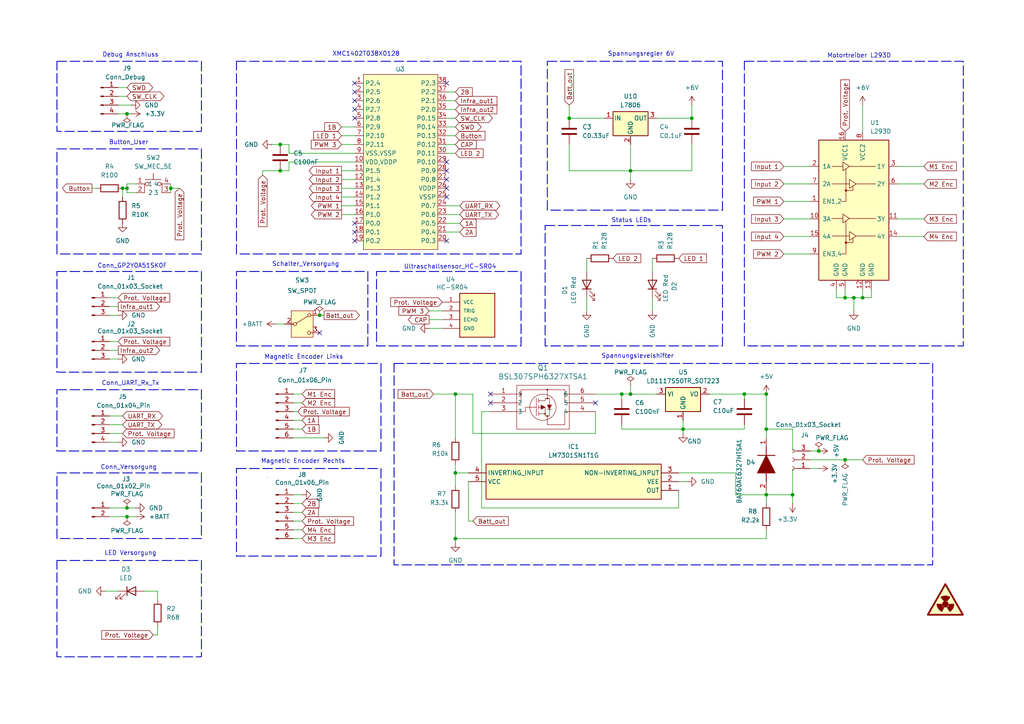
<source format=kicad_sch>
(kicad_sch (version 20231120) (generator "eeschema") (generator_version "8.0")
  (paper "A4")
  (title_block (title "Microrat v1.5") (date "2024-04-20") (rev "1") (company "Berliner Hochschule für Technik") (comment 1 "Erste Änderungen basierend aus v1.0") (comment 2 "Fehlend: M1/M2 A & B Anschluss"))
  (junction (at 250.19 86.36))
  (junction (at 222.25 114.3))
  (junction (at 222.25 143.51))
  (junction (at 132.08 137.16))
  (junction (at 132.08 156.21))
  (junction (at 182.88 49.53))
  (junction (at 200.66 34.29))
  (junction (at 245.11 86.36))
  (junction (at 165.1 34.29))
  (junction (at 36.83 149.86))
  (junction (at 237.49 130.81))
  (junction (at 229.87 143.51))
  (junction (at 36.83 33.02))
  (junction (at 49.53 54.61))
  (junction (at 132.08 114.3))
  (junction (at 215.9 114.3))
  (junction (at 81.28 49.53))
  (junction (at 247.65 86.36))
  (junction (at 92.71 91.44))
  (junction (at 245.11 133.35))
  (junction (at 222.25 124.46))
  (junction (at 182.88 114.3))
  (junction (at 36.83 54.61))
  (junction (at 198.12 124.46))
  (junction (at 180.34 114.3))
  (junction (at 36.83 147.32))
  (junction (at 35.56 54.61))
  (junction (at 81.28 41.91))
  (no_connect (at 102.87 69.85))
  (no_connect (at 129.54 46.99))
  (no_connect (at 102.87 67.31))
  (no_connect (at 102.87 26.67))
  (no_connect (at 129.54 49.53))
  (no_connect (at 102.87 34.29))
  (no_connect (at 129.54 52.07))
  (no_connect (at 172.72 116.84))
  (no_connect (at 129.54 24.13))
  (no_connect (at 129.54 57.15))
  (no_connect (at 102.87 29.21))
  (no_connect (at 102.87 31.75))
  (no_connect (at 142.24 114.3))
  (no_connect (at 92.71 96.52))
  (no_connect (at 102.87 24.13))
  (no_connect (at 129.54 54.61))
  (no_connect (at 142.24 116.84))
  (no_connect (at 102.87 64.77))
  (no_connect (at 129.54 69.85))
  (wire (pts (xy 180.34 124.46) (xy 198.12 124.46)))
  (wire (pts (xy 198.12 121.92) (xy 198.12 124.46)))
  (wire (pts (xy 34.29 30.48) (xy 38.1 30.48)))
  (wire (pts (xy 83.82 46.99) (xy 102.87 46.99)))
  (wire (pts (xy 36.83 53.34) (xy 36.83 54.61)))
  (wire (pts (xy 165.1 41.91) (xy 165.1 49.53)))
  (wire (pts (xy 39.37 55.88) (xy 36.83 55.88)))
  (wire (pts (xy 250.19 86.36) (xy 247.65 86.36)))
  (wire (pts (xy 222.25 114.3) (xy 222.25 124.46)))
  (wire (pts (xy 182.88 114.3) (xy 190.5 114.3)))
  (wire (pts (xy 99.06 52.07) (xy 102.87 52.07)))
  (wire (pts (xy 38.1 33.02) (xy 36.83 33.02)))
  (wire (pts (xy 31.75 125.73) (xy 35.56 125.73)))
  (wire (pts (xy 213.36 143.51) (xy 222.25 143.51)))
  (wire (pts (xy 180.34 123.19) (xy 180.34 124.46)))
  (wire (pts (xy 85.09 153.67) (xy 87.63 153.67)))
  (wire (pts (xy 31.75 99.06) (xy 34.29 99.06)))
  (wire (pts (xy 137.16 114.3) (xy 132.08 114.3)))
  (wire (pts (xy 129.54 62.23) (xy 133.35 62.23)))
  (wire (pts (xy 200.66 30.48) (xy 200.66 34.29)))
  (wire (pts (xy 222.25 143.51) (xy 222.25 146.05)))
  (wire (pts (xy 92.71 91.44) (xy 93.98 91.44)))
  (wire (pts (xy 129.54 64.77) (xy 133.35 64.77)))
  (wire (pts (xy 250.19 83.82) (xy 250.19 86.36)))
  (wire (pts (xy 227.33 48.26) (xy 234.95 48.26)))
  (wire (pts (xy 99.06 57.15) (xy 102.87 57.15)))
  (wire (pts (xy 172.72 114.3) (xy 180.34 114.3)))
  (wire (pts (xy 234.95 133.35) (xy 245.11 133.35)))
  (wire (pts (xy 242.57 83.82) (xy 242.57 86.36)))
  (wire (pts (xy 213.36 137.16) (xy 213.36 143.51)))
  (wire (pts (xy 227.33 53.34) (xy 234.95 53.34)))
  (wire (pts (xy 87.63 116.84) (xy 85.09 116.84)))
  (wire (pts (xy 45.72 171.45) (xy 45.72 173.99)))
  (wire (pts (xy 260.35 53.34) (xy 267.97 53.34)))
  (wire (pts (xy 85.09 156.21) (xy 87.63 156.21)))
  (wire (pts (xy 49.53 54.61) (xy 52.07 54.61)))
  (wire (pts (xy 83.82 44.45) (xy 102.87 44.45)))
  (wire (pts (xy 137.16 125.73) (xy 137.16 114.3)))
  (wire (pts (xy 85.09 124.46) (xy 87.63 124.46)))
  (wire (pts (xy 129.54 34.29) (xy 132.08 34.29)))
  (wire (pts (xy 99.06 41.91) (xy 102.87 41.91)))
  (wire (pts (xy 229.87 135.89) (xy 229.87 143.51)))
  (wire (pts (xy 31.75 104.14) (xy 34.29 104.14)))
  (wire (pts (xy 76.2 50.8) (xy 76.2 49.53)))
  (wire (pts (xy 200.66 41.91) (xy 200.66 49.53)))
  (wire (pts (xy 31.75 101.6) (xy 34.29 101.6)))
  (wire (pts (xy 227.33 68.58) (xy 234.95 68.58)))
  (wire (pts (xy 85.09 127) (xy 93.98 127)))
  (wire (pts (xy 34.29 25.4) (xy 36.83 25.4)))
  (wire (pts (xy 132.08 114.3) (xy 132.08 127)))
  (wire (pts (xy 99.06 39.37) (xy 102.87 39.37)))
  (wire (pts (xy 125.73 114.3) (xy 132.08 114.3)))
  (wire (pts (xy 222.25 143.51) (xy 229.87 143.51)))
  (wire (pts (xy 170.18 90.17) (xy 170.18 86.36)))
  (wire (pts (xy 227.33 63.5) (xy 234.95 63.5)))
  (wire (pts (xy 229.87 124.46) (xy 222.25 124.46)))
  (wire (pts (xy 222.25 156.21) (xy 222.25 153.67)))
  (wire (pts (xy 99.06 59.69) (xy 102.87 59.69)))
  (wire (pts (xy 34.29 27.94) (xy 36.83 27.94)))
  (wire (pts (xy 99.06 36.83) (xy 102.87 36.83)))
  (wire (pts (xy 49.53 54.61) (xy 49.53 55.88)))
  (wire (pts (xy 129.54 36.83) (xy 132.08 36.83)))
  (wire (pts (xy 189.23 78.74) (xy 189.23 74.93)))
  (wire (pts (xy 182.88 49.53) (xy 182.88 52.07)))
  (wire (pts (xy 129.54 44.45) (xy 132.08 44.45)))
  (wire (pts (xy 242.57 86.36) (xy 245.11 86.36)))
  (wire (pts (xy 250.19 30.48) (xy 250.19 38.1)))
  (wire (pts (xy 198.12 124.46) (xy 198.12 125.73)))
  (wire (pts (xy 189.23 86.36) (xy 189.23 90.17)))
  (wire (pts (xy 139.7 147.32) (xy 139.7 119.38)))
  (wire (pts (xy 132.08 156.21) (xy 132.08 157.48)))
  (wire (pts (xy 190.5 34.29) (xy 200.66 34.29)))
  (wire (pts (xy 85.09 143.51) (xy 87.63 143.51)))
  (wire (pts (xy 31.75 128.27) (xy 34.29 128.27)))
  (wire (pts (xy 196.85 142.24) (xy 196.85 147.32)))
  (wire (pts (xy 215.9 114.3) (xy 215.9 115.57)))
  (wire (pts (xy 81.28 41.91) (xy 83.82 41.91)))
  (wire (pts (xy 31.75 123.19) (xy 35.56 123.19)))
  (wire (pts (xy 30.48 171.45) (xy 34.29 171.45)))
  (wire (pts (xy 245.11 86.36) (xy 245.11 83.82)))
  (wire (pts (xy 182.88 41.91) (xy 182.88 49.53)))
  (wire (pts (xy 229.87 130.81) (xy 229.87 124.46)))
  (wire (pts (xy 229.87 143.51) (xy 229.87 146.05)))
  (wire (pts (xy 227.33 58.42) (xy 234.95 58.42)))
  (wire (pts (xy 222.25 124.46) (xy 222.25 127)))
  (wire (pts (xy 81.28 49.53) (xy 83.82 49.53)))
  (wire (pts (xy 132.08 134.62) (xy 132.08 137.16)))
  (wire (pts (xy 215.9 114.3) (xy 222.25 114.3)))
  (wire (pts (xy 76.2 49.53) (xy 81.28 49.53)))
  (wire (pts (xy 129.54 26.67) (xy 132.08 26.67)))
  (wire (pts (xy 172.72 125.73) (xy 137.16 125.73)))
  (wire (pts (xy 139.7 119.38) (xy 142.24 119.38)))
  (wire (pts (xy 26.67 54.61) (xy 27.94 54.61)))
  (wire (pts (xy 234.95 135.89) (xy 237.49 135.89)))
  (wire (pts (xy 170.18 78.74) (xy 170.18 74.93)))
  (wire (pts (xy 196.85 137.16) (xy 213.36 137.16)))
  (wire (pts (xy 87.63 121.92) (xy 85.09 121.92)))
  (wire (pts (xy 99.06 62.23) (xy 102.87 62.23)))
  (wire (pts (xy 132.08 148.59) (xy 132.08 156.21)))
  (wire (pts (xy 205.74 114.3) (xy 215.9 114.3)))
  (wire (pts (xy 124.46 90.17) (xy 128.27 90.17)))
  (wire (pts (xy 252.73 83.82) (xy 252.73 86.36)))
  (wire (pts (xy 41.91 171.45) (xy 45.72 171.45)))
  (wire (pts (xy 200.66 49.53) (xy 182.88 49.53)))
  (wire (pts (xy 85.09 151.13) (xy 87.63 151.13)))
  (wire (pts (xy 78.74 41.91) (xy 81.28 41.91)))
  (wire (pts (xy 227.33 73.66) (xy 234.95 73.66)))
  (wire (pts (xy 83.82 49.53) (xy 83.82 46.99)))
  (wire (pts (xy 39.37 53.34) (xy 36.83 53.34)))
  (wire (pts (xy 247.65 86.36) (xy 245.11 86.36)))
  (wire (pts (xy 129.54 29.21) (xy 132.08 29.21)))
  (wire (pts (xy 234.95 130.81) (xy 237.49 130.81)))
  (wire (pts (xy 124.46 92.71) (xy 128.27 92.71)))
  (wire (pts (xy 129.54 67.31) (xy 133.35 67.31)))
  (wire (pts (xy 260.35 63.5) (xy 267.97 63.5)))
  (wire (pts (xy 165.1 30.48) (xy 165.1 34.29)))
  (wire (pts (xy 85.09 148.59) (xy 87.63 148.59)))
  (wire (pts (xy 129.54 41.91) (xy 132.08 41.91)))
  (wire (pts (xy 215.9 123.19) (xy 215.9 124.46)))
  (wire (pts (xy 222.25 156.21) (xy 132.08 156.21)))
  (wire (pts (xy 182.88 111.76) (xy 182.88 114.3)))
  (wire (pts (xy 49.53 53.34) (xy 49.53 54.61)))
  (wire (pts (xy 99.06 54.61) (xy 102.87 54.61)))
  (wire (pts (xy 180.34 114.3) (xy 180.34 115.57)))
  (wire (pts (xy 36.83 33.02) (xy 34.29 33.02)))
  (wire (pts (xy 87.63 114.3) (xy 85.09 114.3)))
  (wire (pts (xy 31.75 91.44) (xy 34.29 91.44)))
  (wire (pts (xy 135.89 151.13) (xy 137.16 151.13)))
  (wire (pts (xy 83.82 41.91) (xy 83.82 44.45)))
  (wire (pts (xy 80.01 93.98) (xy 82.55 93.98)))
  (wire (pts (xy 129.54 31.75) (xy 132.08 31.75)))
  (wire (pts (xy 31.75 120.65) (xy 35.56 120.65)))
  (wire (pts (xy 180.34 114.3) (xy 182.88 114.3)))
  (wire (pts (xy 165.1 49.53) (xy 182.88 49.53)))
  (wire (pts (xy 135.89 139.7) (xy 135.89 151.13)))
  (wire (pts (xy 124.46 95.25) (xy 128.27 95.25)))
  (wire (pts (xy 36.83 147.32) (xy 39.37 147.32)))
  (wire (pts (xy 45.72 184.15) (xy 45.72 181.61)))
  (wire (pts (xy 215.9 124.46) (xy 198.12 124.46)))
  (wire (pts (xy 196.85 147.32) (xy 139.7 147.32)))
  (wire (pts (xy 196.85 139.7) (xy 199.39 139.7)))
  (wire (pts (xy 245.11 133.35) (xy 250.19 133.35)))
  (wire (pts (xy 35.56 54.61) (xy 35.56 57.15)))
  (wire (pts (xy 260.35 68.58) (xy 267.97 68.58)))
  (wire (pts (xy 222.25 143.51) (xy 222.25 142.24)))
  (wire (pts (xy 267.97 48.26) (xy 260.35 48.26)))
  (wire (pts (xy 36.83 149.86) (xy 31.75 149.86)))
  (wire (pts (xy 85.09 119.38) (xy 86.36 119.38)))
  (wire (pts (xy 31.75 147.32) (xy 36.83 147.32)))
  (wire (pts (xy 99.06 49.53) (xy 102.87 49.53)))
  (wire (pts (xy 31.75 88.9) (xy 34.29 88.9)))
  (wire (pts (xy 36.83 54.61) (xy 36.83 55.88)))
  (wire (pts (xy 172.72 119.38) (xy 172.72 125.73)))
  (wire (pts (xy 252.73 86.36) (xy 250.19 86.36)))
  (wire (pts (xy 247.65 86.36) (xy 247.65 90.17)))
  (wire (pts (xy 132.08 137.16) (xy 135.89 137.16)))
  (wire (pts (xy 35.56 54.61) (xy 36.83 54.61)))
  (wire (pts (xy 129.54 59.69) (xy 133.35 59.69)))
  (wire (pts (xy 85.09 146.05) (xy 87.63 146.05)))
  (wire (pts (xy 165.1 34.29) (xy 175.26 34.29)))
  (wire (pts (xy 39.37 149.86) (xy 36.83 149.86)))
  (wire (pts (xy 44.45 184.15) (xy 45.72 184.15)))
  (wire (pts (xy 132.08 137.16) (xy 132.08 140.97)))
  (wire (pts (xy 129.54 39.37) (xy 132.08 39.37)))
  (wire (pts (xy 31.75 86.36) (xy 34.29 86.36)))
  (rectangle (start 215.9 17.78) (end 279.4 100.33) (stroke (width 0.254) (type dash)))
  (rectangle (start 16.51 43.18) (end 58.42 73.66) (stroke (width 0.254) (type dash)))
  (rectangle (start 16.51 78.74) (end 58.42 107.95) (stroke (width 0.254) (type dash)))
  (rectangle (start 68.58 17.78) (end 151.13 73.66) (stroke (width 0.254) (type dash)))
  (rectangle (start 109.22 78.74) (end 151.13 100.33) (stroke (width 0.254) (type dash)))
  (rectangle (start 68.58 135.89) (end 110.49 161.29) (stroke (width 0.254) (type dash)))
  (rectangle (start 16.51 162.56) (end 58.42 190.5) (stroke (width 0.254) (type dash)))
  (rectangle (start 158.115 65.405) (end 209.55 100.33) (stroke (width 0.254) (type dash)))
  (rectangle (start 114.3 105.41) (end 270.51 163.83) (stroke (width 0.254) (type dash)))
  (rectangle (start 16.51 137.16) (end 58.42 156.21) (stroke (width 0.254) (type dash)))
  (rectangle (start 158.75 17.78) (end 209.55 60.96) (stroke (width 0.254) (type dash)))
  (rectangle (start 16.51 17.78) (end 58.42 38.1) (stroke (width 0.254) (type dash)))
  (rectangle (start 77.47 138.43) (end 77.47 138.43))
  (rectangle (start 16.51 113.03) (end 58.42 130.81) (stroke (width 0.254) (type dash)))
  (rectangle (start 68.58 105.41) (end 110.49 130.81) (stroke (width 0.254) (type dash)))
  (rectangle (start 68.58 78.74) (end 106.68 100.33) (stroke (width 0.254) (type dash)))
  (text "Magnetic Encoder Rechts" (at 87.884 133.858 0) (effects (font (size 1.27 1.27))))
  (text "Spannungslevelshifter " (at 185.42 103.378 0) (effects (font (size 1.27 1.27))))
  (text "XMC1402T038X0128" (at 106.172 15.748 0) (effects (font (size 1.27 1.27))))
  (text "Conn_Versorgung\n" (at 37.338 135.636 0) (effects (font (size 1.27 1.27))))
  (text "LED Versorgung" (at 37.846 160.528 0) (effects (font (size 1.27 1.27))))
  (text "Status LEDs\n" (at 183.134 64.008 0) (effects (font (size 1.27 1.27))))
  (text "Schalter_Versorgung\n" (at 88.646 76.708 0) (effects (font (size 1.27 1.27))))
  (text "Conn_GP2Y0A51SK0F" (at 38.354 77.216 0) (effects (font (size 1.27 1.27))))
  (text "Spannungsregler 6V\n" (at 185.928 15.748 0) (effects (font (size 1.27 1.27))))
  (text "Conn_UART_Rx_Tx" (at 37.846 111.252 0) (effects (font (size 1.27 1.27))))
  (text "Ultraschallsensor_HC-SR04\n" (at 130.556 77.47 0) (effects (font (size 1.27 1.27))))
  (text "Debug Anschluss\n" (at 37.846 16.002 0) (effects (font (size 1.27 1.27))))
  (text "Magnetic Encoder Links" (at 88.138 103.632 0) (effects (font (size 1.27 1.27))))
  (text "Button_User" (at 37.338 41.402 0) (effects (font (size 1.27 1.27))))
  (text "Motortreiber L293D" (at 249.174 16.256 0) (effects (font (size 1.27 1.27))))
  (global_label "Prot. Voltage" (shape input) (at 44.45 184.15 180) (property "Intersheetrefs" "${INTERSHEET_REFS}" (effects (hide yes))))
  (global_label "Prot. Voltage" (shape input) (at 250.19 133.35 0) (property "Intersheetrefs" "${INTERSHEET_REFS}" (effects (hide yes))))
  (global_label "1B" (shape input) (at 99.06 36.83 180) (property "Intersheetrefs" "${INTERSHEET_REFS}" (effects (hide yes))))
  (global_label "SW_CLK" (shape bidirectional) (at 36.83 27.94 0) (property "Intersheetrefs" "${INTERSHEET_REFS}" (effects (hide yes))))
  (global_label "PWM 1" (shape input) (at 227.33 58.42 180) (property "Intersheetrefs" "${INTERSHEET_REFS}" (effects (hide yes))))
  (global_label "M1 Enc" (shape input) (at 87.63 114.3 0) (property "Intersheetrefs" "${INTERSHEET_REFS}" (effects (hide yes))))
  (global_label "Input 4" (shape input) (at 227.33 68.58 180) (property "Intersheetrefs" "${INTERSHEET_REFS}" (effects (hide yes))))
  (global_label "Input 2" (shape output) (at 99.06 52.07 180) (property "Intersheetrefs" "${INTERSHEET_REFS}" (effects (hide yes))))
  (global_label "Infra_out1" (shape output) (at 34.29 88.9 0) (property "Intersheetrefs" "${INTERSHEET_REFS}" (effects (hide yes))))
  (global_label "M3 Enc" (shape input) (at 267.97 63.5 0) (property "Intersheetrefs" "${INTERSHEET_REFS}" (effects (hide yes))))
  (global_label "2A" (shape input) (at 133.35 67.31 0) (property "Intersheetrefs" "${INTERSHEET_REFS}" (effects (hide yes))))
  (global_label "Prot. Voltage" (shape input) (at 35.56 125.73 0) (property "Intersheetrefs" "${INTERSHEET_REFS}" (effects (hide yes))))
  (global_label "Input 3" (shape output) (at 99.06 54.61 180) (property "Intersheetrefs" "${INTERSHEET_REFS}" (effects (hide yes))))
  (global_label "UART_TX" (shape bidirectional) (at 133.35 62.23 0) (property "Intersheetrefs" "${INTERSHEET_REFS}" (effects (hide yes))))
  (global_label "LED 1" (shape input) (at 99.06 39.37 180) (property "Intersheetrefs" "${INTERSHEET_REFS}" (effects (hide yes))))
  (global_label "1A" (shape input) (at 133.35 64.77 0) (property "Intersheetrefs" "${INTERSHEET_REFS}" (effects (hide yes))))
  (global_label "Prot. Voltage" (shape input) (at 87.63 151.13 0) (property "Intersheetrefs" "${INTERSHEET_REFS}" (effects (hide yes))))
  (global_label "PWM 1" (shape output) (at 99.06 59.69 180) (property "Intersheetrefs" "${INTERSHEET_REFS}" (effects (hide yes))))
  (global_label "Batt_out" (shape output) (at 93.98 91.44 0) (property "Intersheetrefs" "${INTERSHEET_REFS}" (effects (hide yes))))
  (global_label "UART_RX" (shape bidirectional) (at 133.35 59.69 0) (property "Intersheetrefs" "${INTERSHEET_REFS}" (effects (hide yes))))
  (global_label "Button" (shape input) (at 132.08 39.37 0) (property "Intersheetrefs" "${INTERSHEET_REFS}" (effects (hide yes))))
  (global_label "Prot. Voltage" (shape input) (at 52.07 54.61 270) (property "Intersheetrefs" "${INTERSHEET_REFS}" (effects (hide yes))))
  (global_label "2B" (shape input) (at 87.63 146.05 0) (property "Intersheetrefs" "${INTERSHEET_REFS}" (effects (hide yes))))
  (global_label "CAP" (shape output) (at 124.46 92.71 180) (property "Intersheetrefs" "${INTERSHEET_REFS}" (effects (hide yes))))
  (global_label "Infra_out2" (shape output) (at 34.29 101.6 0) (property "Intersheetrefs" "${INTERSHEET_REFS}" (effects (hide yes))))
  (global_label "LED 1" (shape input) (at 196.85 74.93 0) (property "Intersheetrefs" "${INTERSHEET_REFS}" (effects (hide yes))))
  (global_label "Prot. Voltage" (shape input) (at 34.29 86.36 0) (property "Intersheetrefs" "${INTERSHEET_REFS}" (effects (hide yes))))
  (global_label "M2 Enc" (shape input) (at 87.63 116.84 0) (property "Intersheetrefs" "${INTERSHEET_REFS}" (effects (hide yes))))
  (global_label "Infra_out2" (shape input) (at 132.08 31.75 0) (property "Intersheetrefs" "${INTERSHEET_REFS}" (effects (hide yes))))
  (global_label "Input 3" (shape input) (at 227.33 63.5 180) (property "Intersheetrefs" "${INTERSHEET_REFS}" (effects (hide yes))))
  (global_label "Batt_out" (shape input) (at 137.16 151.13 0) (property "Intersheetrefs" "${INTERSHEET_REFS}" (effects (hide yes))))
  (global_label "Input 4" (shape output) (at 99.06 57.15 180) (property "Intersheetrefs" "${INTERSHEET_REFS}" (effects (hide yes))))
  (global_label "Prot. Voltage" (shape input) (at 76.2 50.8 270) (property "Intersheetrefs" "${INTERSHEET_REFS}" (effects (hide yes))))
  (global_label "M4 Enc" (shape input) (at 267.97 68.58 0) (property "Intersheetrefs" "${INTERSHEET_REFS}" (effects (hide yes))))
  (global_label "SWD" (shape bidirectional) (at 132.08 36.83 0) (property "Intersheetrefs" "${INTERSHEET_REFS}" (effects (hide yes))))
  (global_label "2A" (shape input) (at 87.63 148.59 0) (property "Intersheetrefs" "${INTERSHEET_REFS}" (effects (hide yes))))
  (global_label "SW_CLK" (shape bidirectional) (at 132.08 34.29 0) (property "Intersheetrefs" "${INTERSHEET_REFS}" (effects (hide yes))))
  (global_label "Prot. Voltage" (shape input) (at 245.11 38.1 90) (property "Intersheetrefs" "${INTERSHEET_REFS}" (effects (hide yes))))
  (global_label "LED 2" (shape input) (at 132.08 44.45 0) (property "Intersheetrefs" "${INTERSHEET_REFS}" (effects (hide yes))))
  (global_label "Button" (shape output) (at 26.67 54.61 180) (property "Intersheetrefs" "${INTERSHEET_REFS}" (effects (hide yes))))
  (global_label "PWM 3" (shape input) (at 99.06 41.91 180) (property "Intersheetrefs" "${INTERSHEET_REFS}" (effects (hide yes))))
  (global_label "Prot. Voltage" (shape input) (at 128.27 87.63 180) (property "Intersheetrefs" "${INTERSHEET_REFS}" (effects (hide yes))))
  (global_label "Input 1" (shape output) (at 99.06 49.53 180) (property "Intersheetrefs" "${INTERSHEET_REFS}" (effects (hide yes))))
  (global_label "PWM 2" (shape input) (at 227.33 73.66 180) (property "Intersheetrefs" "${INTERSHEET_REFS}" (effects (hide yes))))
  (global_label "UART_TX" (shape bidirectional) (at 35.56 123.19 0) (property "Intersheetrefs" "${INTERSHEET_REFS}" (effects (hide yes))))
  (global_label "M1 Enc" (shape input) (at 267.97 48.26 0) (property "Intersheetrefs" "${INTERSHEET_REFS}" (effects (hide yes))))
  (global_label "Batt_out" (shape input) (at 125.73 114.3 180) (property "Intersheetrefs" "${INTERSHEET_REFS}" (effects (hide yes))))
  (global_label "1A" (shape input) (at 87.63 121.92 0) (property "Intersheetrefs" "${INTERSHEET_REFS}" (effects (hide yes))))
  (global_label "CAP" (shape input) (at 132.08 41.91 0) (property "Intersheetrefs" "${INTERSHEET_REFS}" (effects (hide yes))))
  (global_label "UART_RX" (shape bidirectional) (at 35.56 120.65 0) (property "Intersheetrefs" "${INTERSHEET_REFS}" (effects (hide yes))))
  (global_label "2B" (shape input) (at 132.08 26.67 0) (property "Intersheetrefs" "${INTERSHEET_REFS}" (effects (hide yes))))
  (global_label "PWM 3" (shape input) (at 124.46 90.17 180) (property "Intersheetrefs" "${INTERSHEET_REFS}" (effects (hide yes))))
  (global_label "Input 1" (shape input) (at 227.33 48.26 180) (property "Intersheetrefs" "${INTERSHEET_REFS}" (effects (hide yes))))
  (global_label "1B" (shape input) (at 87.63 124.46 0) (property "Intersheetrefs" "${INTERSHEET_REFS}" (effects (hide yes))))
  (global_label "LED 2" (shape input) (at 177.8 74.93 0) (property "Intersheetrefs" "${INTERSHEET_REFS}" (effects (hide yes))))
  (global_label "M3 Enc" (shape input) (at 87.63 156.21 0) (property "Intersheetrefs" "${INTERSHEET_REFS}" (effects (hide yes))))
  (global_label "Infra_out1" (shape input) (at 132.08 29.21 0) (property "Intersheetrefs" "${INTERSHEET_REFS}" (effects (hide yes))))
  (global_label "M2 Enc" (shape input) (at 267.97 53.34 0) (property "Intersheetrefs" "${INTERSHEET_REFS}" (effects (hide yes))))
  (global_label "Input 2" (shape input) (at 227.33 53.34 180) (property "Intersheetrefs" "${INTERSHEET_REFS}" (effects (hide yes))))
  (global_label "M4 Enc" (shape input) (at 87.63 153.67 0) (property "Intersheetrefs" "${INTERSHEET_REFS}" (effects (hide yes))))
  (global_label "Batt_out" (shape input) (at 165.1 30.48 90) (property "Intersheetrefs" "${INTERSHEET_REFS}" (effects (hide yes))))
  (global_label "PWM 2" (shape output) (at 99.06 62.23 180) (property "Intersheetrefs" "${INTERSHEET_REFS}" (effects (hide yes))))
  (global_label "Prot. Voltage" (shape input) (at 86.36 119.38 0) (property "Intersheetrefs" "${INTERSHEET_REFS}" (effects (hide yes))))
  (global_label "Prot. Voltage" (shape input) (at 34.29 99.06 0) (property "Intersheetrefs" "${INTERSHEET_REFS}" (effects (hide yes))))
  (global_label "SWD" (shape bidirectional) (at 36.83 25.4 0) (property "Intersheetrefs" "${INTERSHEET_REFS}" (effects (hide yes))))
  (symbol (lib_id "power:+BATT") (at 39.37 149.86 270) (unit 1)
    (property "Reference" "#PWR028" (effects (hide yes)))
    (property "Value" "+BATT" (at 43.18 149.8599 90) (effects (justify left)))
    (property "Description" "Power symbol creates a global label with name \"+BATT\"" (effects (hide yes)))
  )
  (symbol (lib_id "Regulator_Linear:L7806") (at 182.88 34.29 0) (unit 1)
    (property "Reference" "U10" (at 182.88 27.94 0))
    (property "Value" "L7806" (at 182.88 30.48 0))
    (property "Footprint" "Package_TO_SOT_THT:TO-220-3_Horizontal_TabDown" (effects (hide yes)))
    (property "Datasheet" "http://www.st.com/content/ccc/resource/technical/document/datasheet/41/4f/b3/b0/12/d4/47/88/CD00000444.pdf/files/CD00000444.pdf/jcr:content/translations/en.CD00000444.pdf" (effects (hide yes)))
    (property "Description" "Positive 1.5A 35V Linear Regulator, Fixed Output 6V, TO-220/TO-263/TO-252" (effects (hide yes)))
  )
  (symbol (lib_id "power:+6V") (at 200.66 30.48 0) (unit 1)
    (property "Reference" "#PWR09" (effects (hide yes)))
    (property "Value" "+6V" (at 200.66 25.4 0))
    (property "Description" "Power symbol creates a global label with name \"+6V\"" (effects (hide yes)))
  )
  (symbol (lib_id "Device:LED") (at 38.1 171.45 0) (unit 1)
    (property "Reference" "D3" (at 36.5125 165.1 0))
    (property "Value" "LED" (at 36.5125 167.64 0))
    (property "Footprint" "150060GS75000:LEDC1608X80N" (effects (hide yes)))
    (property "Description" "Light emitting diode" (effects (hide yes)))
  )
  (symbol (lib_id "Connector:Conn_01x04_Pin") (at 29.21 27.94 0) (unit 1)
    (property "Reference" "J9" (at 36.83 19.812 0))
    (property "Value" "Conn_Debug" (at 36.322 22.352 0))
    (property "Footprint" "Connector_PinHeader_2.54mm:PinHeader_1x04_P2.54mm_Vertical" (effects (hide yes)))
    (property "Description" "Generic connector, single row, 01x04, script generated" (effects (hide yes)))
  )
  (symbol (lib_id "power:+5V") (at 222.25 114.3 0) (unit 1)
    (property "Reference" "#PWR05" (effects (hide yes)))
    (property "Value" "+5V" (at 222.25 109.22 0))
    (property "Description" "Power symbol creates a global label with name \"+5V\"" (effects (hide yes)))
  )
  (symbol (lib_id "Device:LED") (at 189.23 82.55 90) (unit 1)
    (property "Reference" "D2" (at 195.58 83.058 0))
    (property "Value" "LED Red" (at 193.04 83.566 0))
    (property "Footprint" "sss:LEDC1608X80N" (effects (hide yes)))
    (property "Description" "Light emitting diode" (effects (hide yes)))
  )
  (symbol (lib_id "power:GND") (at 35.56 64.77 0) (unit 1)
    (property "Reference" "#PWR015" (effects (hide yes)))
    (property "Value" "GND" (at 35.56 69.85 0))
    (property "Description" "Power symbol creates a global label with name \"GND\" , ground" (effects (hide yes)))
  )
  (symbol (lib_id "power:PWR_FLAG") (at 92.71 91.44 0) (unit 1)
    (property "Reference" "#FLG03" (effects (hide yes)))
    (property "Value" "PWR_FLAG" (at 92.71 87.63 0))
    (property "Description" "Special symbol for telling ERC where power comes from" (effects (hide yes)))
  )
  (symbol (lib_id "Device:C") (at 81.28 45.72 0) (unit 1)
    (property "Reference" "C5" (at 85.09 44.4499 0) (effects (justify left)))
    (property "Value" "C100nF" (at 85.09 46.9899 0) (effects (justify left)))
    (property "Footprint" "Capacitor_SMD:C_0805_2012Metric_Pad1.18x1.45mm_HandSolder" (effects (hide yes)))
    (property "Description" "Unpolarized capacitor" (effects (hide yes)))
  )
  (symbol (lib_id "power:PWR_FLAG") (at 36.83 147.32 0) (unit 1)
    (property "Reference" "#FLG06" (effects (hide yes)))
    (property "Value" "PWR_FLAG" (at 36.83 143.256 0))
    (property "Description" "Special symbol for telling ERC where power comes from" (effects (hide yes)))
  )
  (symbol (lib_id "power:GND") (at 247.65 90.17 0) (unit 1)
    (property "Reference" "#PWR026" (effects (hide yes)))
    (property "Value" "GND" (at 247.65 95.25 0))
    (property "Description" "Power symbol creates a global label with name \"GND\" , ground" (effects (hide yes)))
  )
  (symbol (lib_id "power:+3.3V") (at 229.87 146.05 180) (unit 1)
    (property "Reference" "#PWR04" (effects (hide yes)))
    (property "Value" "+3.3V" (at 228.346 150.622 0))
    (property "Description" "Power symbol creates a global label with name \"+3.3V\"" (effects (hide yes)))
  )
  (symbol (lib_id "power:GND") (at 39.37 147.32 90) (unit 1)
    (property "Reference" "#PWR029" (effects (hide yes)))
    (property "Value" "GND" (at 43.18 147.3199 90) (effects (justify right)))
    (property "Description" "Power symbol creates a global label with name \"GND\" , ground" (effects (hide yes)))
  )
  (symbol (lib_id "power:GND") (at 34.29 104.14 90) (unit 1)
    (property "Reference" "#PWR021" (effects (hide yes)))
    (property "Value" "GND" (at 38.1 104.1399 90) (effects (justify right)))
    (property "Description" "Power symbol creates a global label with name \"GND\" , ground" (effects (hide yes)))
  )
  (symbol (lib_id "Switch:SW_MEC_5E") (at 44.45 55.88 0) (unit 1)
    (property "Reference" "SW2" (at 44.45 45.72 0))
    (property "Value" "SW_MEC_5E" (at 44.45 48.26 0))
    (property "Footprint" "Button_Switch_THT:SW_PUSH_6mm_H4.3mm" (effects (hide yes)))
    (property "Datasheet" "http://www.apem.com/int/index.php?controller=attachment&id_attachment=1371" (effects (hide yes)))
    (property "Description" "MEC 5E single pole normally-open tactile switch" (effects (hide yes)))
  )
  (symbol (lib_id "power:GND") (at 38.1 30.48 90) (unit 1)
    (property "Reference" "#PWR027" (effects (hide yes)))
    (property "Value" "GND" (at 41.91 30.4799 90) (effects (justify right)))
    (property "Description" "Power symbol creates a global label with name \"GND\" , ground" (effects (hide yes)))
  )
  (symbol (lib_id "Device:R") (at 132.08 130.81 0) (unit 1)
    (property "Reference" "R6" (at 125.222 129.032 0) (effects (justify left)))
    (property "Value" "R10k" (at 125.222 131.572 0) (effects (justify left)))
    (property "Footprint" "Resistor_SMD:R_0805_2012Metric_Pad1.20x1.40mm_HandSolder" (effects (hide yes)))
    (property "Description" "Resistor" (effects (hide yes)))
  )
  (symbol (lib_id "HC-SR04:HC-SR04") (at 133.35 90.17 0) (unit 1)
    (property "Reference" "U4" (at 129.286 81.026 0) (effects (justify left)))
    (property "Value" "HC-SR04" (at 126.492 83.312 0) (effects (justify left)))
    (property "Footprint" "HC-SR04:XCVR_HC-SR04" (effects (hide yes)))
    (property "MF" "SparkFun Electronics" (effects (hide yes)))
    (property "Description_1" "\nHC-SR04 Ultrasonic Sensor Qwiic Platform Evaluation Expansion Board\n" (effects (hide yes)))
    (property "Package" "None" (effects (hide yes)))
    (property "Price" "None" (effects (hide yes)))
    (property "Check_prices" "https://www.snapeda.com/parts/HC-SR04/SparkFun+Electronics/view-part/?ref=eda" (effects (hide yes)))
    (property "SnapEDA_Link" "https://www.snapeda.com/parts/HC-SR04/SparkFun+Electronics/view-part/?ref=snap" (effects (hide yes)))
    (property "MP" "HC-SR04" (effects (hide yes)))
    (property "Availability" "Not in stock" (effects (hide yes)))
    (property "MANUFACTURER" "Osepp" (effects (hide yes)))
  )
  (symbol (lib_id "Device:R") (at 31.75 54.61 90) (unit 1)
    (property "Reference" "R4" (at 31.75 48.26 90))
    (property "Value" "R100" (at 31.75 50.8 90))
    (property "Footprint" "Resistor_SMD:R_0805_2012Metric_Pad1.20x1.40mm_HandSolder" (effects (hide yes)))
    (property "Description" "Resistor" (effects (hide yes)))
  )
  (symbol (lib_id "power:PWR_FLAG") (at 36.83 149.86 180) (unit 1)
    (property "Reference" "#FLG01" (effects (hide yes)))
    (property "Value" "PWR_FLAG" (at 36.83 153.924 0))
    (property "Description" "Special symbol for telling ERC where power comes from" (effects (hide yes)))
  )
  (symbol (lib_id "power:GND") (at 170.18 90.17 0) (unit 1)
    (property "Reference" "#PWR017" (effects (hide yes)))
    (property "Value" "GND" (at 170.1799 93.98 90) (effects (justify right)))
    (property "Description" "Power symbol creates a global label with name \"GND\" , ground" (effects (hide yes)))
  )
  (symbol (lib_id "power:PWR_FLAG") (at 237.49 130.81 0) (unit 1)
    (property "Reference" "#FLG07" (effects (hide yes)))
    (property "Value" "PWR_FLAG" (at 241.3 127 0))
    (property "Description" "Special symbol for telling ERC where power comes from" (effects (hide yes)))
  )
  (symbol (lib_id "Graphic:SYM_Radioactive_Large") (at 271.78 175.26 0) (unit 1) (exclude_from_sim yes) (in_bom no) (on_board no)
    (property "Reference" "#SYM1" (effects (hide yes)))
    (property "Value" "SYM_Radioactive_Large" (effects (hide yes)))
    (property "Description" "Radioactive/radiation warning symbol, large" (effects (hide yes)))
  )
  (symbol (lib_id "power:GND") (at 87.63 143.51 90) (unit 1)
    (property "Reference" "#PWR014" (effects (hide yes)))
    (property "Value" "GND" (at 92.71 143.51 0))
    (property "Description" "Power symbol creates a global label with name \"GND\" , ground" (effects (hide yes)))
  )
  (symbol (lib_id "Connector:Conn_01x04_Pin") (at 26.67 123.19 0) (unit 1)
    (property "Reference" "J5" (at 35.56 115.062 0))
    (property "Value" "Conn_01x04_Pin" (at 35.814 117.602 0))
    (property "Footprint" "Connector_PinHeader_2.54mm:PinHeader_1x04_P2.54mm_Vertical" (effects (hide yes)))
    (property "Description" "Generic connector, single row, 01x04, script generated" (effects (hide yes)))
  )
  (symbol (lib_id "Driver_Motor:L293D") (at 247.65 63.5 0) (unit 1)
    (property "Reference" "U1" (at 252.3841 35.56 0) (effects (justify left)))
    (property "Value" "L293D" (at 252.3841 38.1 0) (effects (justify left)))
    (property "Footprint" "Package_DIP:DIP-16_W7.62mm" (effects (hide yes)))
    (property "Datasheet" "http://www.ti.com/lit/ds/symlink/l293.pdf" (effects (hide yes)))
    (property "Description" "Quadruple Half-H Drivers" (effects (hide yes)))
  )
  (symbol (lib_id "Device:C") (at 165.1 38.1 0) (unit 1)
    (property "Reference" "C3" (at 168.91 36.8299 0) (effects (justify left)))
    (property "Value" "C0.33uF" (at 168.91 39.3699 0) (effects (justify left)))
    (property "Footprint" "Capacitor_SMD:C_0805_2012Metric_Pad1.18x1.45mm_HandSolder" (effects (hide yes)))
    (property "Description" "Unpolarized capacitor" (effects (hide yes)))
  )
  (symbol (lib_id "power:PWR_FLAG") (at 182.88 111.76 0) (unit 1)
    (property "Reference" "#FLG02" (effects (hide yes)))
    (property "Value" "PWR_FLAG" (at 182.88 107.95 0))
    (property "Description" "Special symbol for telling ERC where power comes from" (effects (hide yes)))
  )
  (symbol (lib_id "XMC1402:XMC1402") (at 111.76 35.56 0) (unit 1)
    (property "Reference" "U3" (at 116.078 20.066 0))
    (property "Value" "~" (at 116.205 20.32 0))
    (property "Footprint" "XMC1402T038X0128AAXUMA1:SOP50P640X120-38N" (effects (hide yes)))
  )
  (symbol (lib_id "power:+3.3V") (at 38.1 33.02 270) (unit 1)
    (property "Reference" "#PWR02" (effects (hide yes)))
    (property "Value" "+3.3V" (at 41.91 33.0199 90) (effects (justify left)))
    (property "Description" "Power symbol creates a global label with name \"+3.3V\"" (effects (hide yes)))
  )
  (symbol (lib_id "Device:C") (at 200.66 38.1 0) (unit 1)
    (property "Reference" "C4" (at 191.262 36.83 0) (effects (justify left)))
    (property "Value" "C0.1uF" (at 191.262 39.37 0) (effects (justify left)))
    (property "Footprint" "Capacitor_SMD:C_0805_2012Metric_Pad1.18x1.45mm_HandSolder" (effects (hide yes)))
    (property "Description" "Unpolarized capacitor" (effects (hide yes)))
  )
  (symbol (lib_id "2025-09-18_15-12-12:BSL307SPH6327XTSA1") (at 142.24 114.3 0) (unit 1)
    (property "Reference" "Q1" (at 157.48 106.68 0) (effects (font (size 1.524 1.524))))
    (property "Value" "BSL307SPH6327XTSA1" (at 157.48 109.22 0) (effects (font (size 1.524 1.524))))
    (property "Footprint" "PG-TSOP-6-1_INF" (effects (hide yes)))
    (property "Datasheet" "https://www.infineon.com/dgdl/Infineon-BSL307SP-DS-v02_00-en.pdf?fileId=db3a304342c787030142dca7f3721687" (effects (hide yes)))
  )
  (symbol (lib_id "power:GND") (at 34.29 91.44 90) (unit 1)
    (property "Reference" "#PWR016" (effects (hide yes)))
    (property "Value" "GND" (at 38.1 91.4399 90) (effects (justify right)))
    (property "Description" "Power symbol creates a global label with name \"GND\" , ground" (effects (hide yes)))
  )
  (symbol (lib_id "Connector:Conn_01x03_Socket") (at 229.87 133.35 180) (unit 1)
    (property "Reference" "J4" (at 233.426 126.238 0))
    (property "Value" "Conn_01x03_Socket" (at 234.442 123.19 0))
    (property "Footprint" "Connector_PinHeader_2.54mm:PinHeader_1x03_P2.54mm_Vertical" (effects (hide yes)))
    (property "Description" "Generic connector, single row, 01x03, script generated" (effects (hide yes)))
  )
  (symbol (lib_id "power:GND") (at 93.98 127 90) (unit 1)
    (property "Reference" "#PWR013" (effects (hide yes)))
    (property "Value" "GND" (at 99.06 127 0))
    (property "Description" "Power symbol creates a global label with name \"GND\" , ground" (effects (hide yes)))
  )
  (symbol (lib_id "power:+5V") (at 237.49 130.81 270) (unit 1)
    (property "Reference" "#PWR023" (effects (hide yes)))
    (property "Value" "+5V" (at 242.57 130.81 0))
    (property "Description" "Power symbol creates a global label with name \"+5V\"" (effects (hide yes)))
  )
  (symbol (lib_id "power:+BATT") (at 80.01 93.98 90) (unit 1)
    (property "Reference" "#PWR01" (effects (hide yes)))
    (property "Value" "+BATT" (at 76.2 93.9799 90) (effects (justify left)))
    (property "Description" "Power symbol creates a global label with name \"+BATT\"" (effects (hide yes)))
  )
  (symbol (lib_id "Connector:Conn_01x03_Pin") (at 26.67 101.6 0) (unit 1)
    (property "Reference" "J2" (at 36.83 93.98 0) (effects (justify left)))
    (property "Value" "Conn_01x03_Socket" (at 28.194 96.012 0) (effects (justify left)))
    (property "Footprint" "Connector_Wire:SolderWire-0.1sqmm_1x03_P3.6mm_D0.4mm_OD1mm" (effects (hide yes)))
    (property "Description" "Generic connector, single row, 01x03, script generated" (effects (hide yes)))
  )
  (symbol (lib_id "power:GND") (at 198.12 125.73 0) (unit 1)
    (property "Reference" "#PWR018" (effects (hide yes)))
    (property "Value" "GND" (at 201.422 128.016 0))
    (property "Description" "Power symbol creates a global label with name \"GND\" , ground" (effects (hide yes)))
  )
  (symbol (lib_id "Regulator_Linear:LD1117S50TR_SOT223") (at 198.12 114.3 0) (unit 1)
    (property "Reference" "U5" (at 198.12 107.95 0))
    (property "Value" "LD1117S50TR_SOT223" (at 198.12 110.49 0))
    (property "Footprint" "Package_TO_SOT_SMD:SOT-223-3_TabPin2" (effects (hide yes)))
    (property "Datasheet" "http://www.st.com/st-web-ui/static/active/en/resource/technical/document/datasheet/CD00000544.pdf" (effects (hide yes)))
    (property "Description" "800mA Fixed Low Drop Positive Voltage Regulator, Fixed Output 5.0V, SOT-223" (effects (hide yes)))
  )
  (symbol (lib_id "power:PWR_FLAG") (at 36.83 33.02 180) (unit 1)
    (property "Reference" "#FLG04" (effects (hide yes)))
    (property "Value" "PWR_FLAG" (at 37.084 36.322 0))
    (property "Description" "Special symbol for telling ERC where power comes from" (effects (hide yes)))
  )
  (symbol (lib_id "power:GND") (at 34.29 128.27 90) (unit 1)
    (property "Reference" "#PWR034" (effects (hide yes)))
    (property "Value" "GND" (at 38.1 128.2699 90) (effects (justify right)))
    (property "Description" "Power symbol creates a global label with name \"GND\" , ground" (effects (hide yes)))
  )
  (symbol (lib_id "power:GND") (at 182.88 52.07 0) (unit 1)
    (property "Reference" "#PWR08" (effects (hide yes)))
    (property "Value" "GND" (at 182.88 57.15 0))
    (property "Description" "Power symbol creates a global label with name \"GND\" , ground" (effects (hide yes)))
  )
  (symbol (lib_id "Device:R") (at 173.99 74.93 90) (unit 1)
    (property "Reference" "R1" (at 172.7199 72.39 0) (effects (justify left)))
    (property "Value" "R128" (at 175.2599 72.39 0) (effects (justify left)))
    (property "Footprint" "Resistor_SMD:R_0805_2012Metric_Pad1.20x1.40mm_HandSolder" (effects (hide yes)))
    (property "Description" "Resistor" (effects (hide yes)))
  )
  (symbol (lib_id "power:+3.3V") (at 237.49 135.89 270) (unit 1)
    (property "Reference" "#PWR024" (effects (hide yes)))
    (property "Value" "+3.3V" (at 242.062 137.414 0))
    (property "Description" "Power symbol creates a global label with name \"+3.3V\"" (effects (hide yes)))
  )
  (symbol (lib_id "Device:C") (at 215.9 119.38 0) (unit 1)
    (property "Reference" "C7" (at 206.756 116.586 0) (effects (justify left)))
    (property "Value" "C10uF" (at 206.756 119.126 0) (effects (justify left)))
    (property "Footprint" "Capacitor_SMD:C_0805_2012Metric_Pad1.18x1.45mm_HandSolder" (effects (hide yes)))
    (property "Description" "Unpolarized capacitor" (effects (hide yes)))
  )
  (symbol (lib_id "Connector:Conn_01x06_Pin") (at 80.01 119.38 0) (unit 1)
    (property "Reference" "J7" (at 87.884 107.442 0))
    (property "Value" "Conn_01x06_Pin" (at 88.392 110.236 0))
    (property "Footprint" "Connector_Wire:SolderWire-0.1sqmm_1x06_P3.6mm_D0.4mm_OD1mm" (effects (hide yes)))
    (property "Description" "Generic connector, single row, 01x06, script generated" (effects (hide yes)))
  )
  (symbol (lib_id "Device:R") (at 35.56 60.96 180) (unit 1)
    (property "Reference" "R5" (at 38.1 59.6899 0) (effects (justify right)))
    (property "Value" "R10K" (at 38.1 62.2299 0) (effects (justify right)))
    (property "Footprint" "Resistor_SMD:R_0805_2012Metric_Pad1.20x1.40mm_HandSolder" (effects (hide yes)))
    (property "Description" "Resistor" (effects (hide yes)))
  )
  (symbol (lib_id "power:GND") (at 78.74 41.91 270) (unit 1)
    (property "Reference" "#PWR012" (effects (hide yes)))
    (property "Value" "GND" (at 74.93 41.9099 90) (effects (justify right)))
    (property "Description" "Power symbol creates a global label with name \"GND\" , ground" (effects (hide yes)))
  )
  (symbol (lib_id "Device:R") (at 45.72 177.8 0) (unit 1)
    (property "Reference" "R2" (at 48.26 176.5299 0) (effects (justify left)))
    (property "Value" "R68" (at 48.26 179.0699 0) (effects (justify left)))
    (property "Footprint" "Resistor_SMD:R_0805_2012Metric_Pad1.20x1.40mm_HandSolder" (effects (hide yes)))
    (property "Description" "Resistor" (effects (hide yes)))
  )
  (symbol (lib_id "Device:C") (at 180.34 119.38 0) (unit 1)
    (property "Reference" "C6" (at 184.15 116.8399 0) (effects (justify left)))
    (property "Value" "C100nF" (at 184.15 119.3799 0) (effects (justify left)))
    (property "Footprint" "Capacitor_SMD:C_0805_2012Metric_Pad1.18x1.45mm_HandSolder" (effects (hide yes)))
    (property "Description" "Unpolarized capacitor" (effects (hide yes)))
  )
  (symbol (lib_id "Device:R") (at 193.04 74.93 90) (unit 1)
    (property "Reference" "R3" (at 191.7699 72.39 0) (effects (justify left)))
    (property "Value" "R128" (at 194.3099 72.39 0) (effects (justify left)))
    (property "Footprint" "Resistor_SMD:R_0805_2012Metric_Pad1.20x1.40mm_HandSolder" (effects (hide yes)))
    (property "Description" "Resistor" (effects (hide yes)))
  )
  (symbol (lib_id "Connector:Conn_01x02_Pin") (at 26.67 147.32 0) (unit 1)
    (property "Reference" "J3" (at 36.576 138.938 0))
    (property "Value" "Conn_01x02_Pin" (at 35.814 140.97 0))
    (property "Footprint" "Connector_Wire:SolderWire-2.5sqmm_1x02_P7.2mm_D2.4mm_OD3.6mm" (effects (hide yes)))
    (property "Description" "Generic connector, single row, 01x02, script generated" (effects (hide yes)))
  )
  (symbol (lib_id "power:GND") (at 199.39 139.7 90) (unit 1)
    (property "Reference" "#PWR07" (effects (hide yes)))
    (property "Value" "GND" (at 203.2 139.6999 90) (effects (justify right)))
    (property "Description" "Power symbol creates a global label with name \"GND\" , ground" (effects (hide yes)))
  )
  (symbol (lib_id "power:GND") (at 30.48 171.45 270) (unit 1)
    (property "Reference" "#PWR019" (effects (hide yes)))
    (property "Value" "GND" (at 26.67 171.4499 90) (effects (justify right)))
    (property "Description" "Power symbol creates a global label with name \"GND\" , ground" (effects (hide yes)))
  )
  (symbol (lib_id "power:GND") (at 124.46 95.25 270) (unit 1)
    (property "Reference" "#PWR011" (effects (hide yes)))
    (property "Value" "GND" (at 120.65 95.2499 90) (effects (justify right)))
    (property "Description" "Power symbol creates a global label with name \"GND\" , ground" (effects (hide yes)))
  )
  (symbol (lib_id "Connector:Conn_01x03_Pin") (at 26.67 88.9 0) (unit 1)
    (property "Reference" "J1" (at 36.83 80.518 0) (effects (justify left)))
    (property "Value" "Conn_01x03_Socket" (at 28.194 83.058 0) (effects (justify left)))
    (property "Footprint" "Connector_Wire:SolderWire-0.1sqmm_1x03_P3.6mm_D0.4mm_OD1mm" (effects (hide yes)))
    (property "Description" "Generic connector, single row, 01x03, script generated" (effects (hide yes)))
  )
  (symbol (lib_id "power:GND") (at 132.08 157.48 0) (unit 1)
    (property "Reference" "#PWR06" (effects (hide yes)))
    (property "Value" "GND" (at 132.08 162.56 0))
    (property "Description" "Power symbol creates a global label with name \"GND\" , ground" (effects (hide yes)))
  )
  (symbol (lib_id "power:+6V") (at 250.19 30.48 0) (unit 1)
    (property "Reference" "#PWR03" (effects (hide yes)))
    (property "Value" "+6V" (at 250.19 25.4 0))
    (property "Description" "Power symbol creates a global label with name \"+6V\"" (effects (hide yes)))
  )
  (symbol (lib_id "Device:R") (at 132.08 144.78 0) (unit 1)
    (property "Reference" "R7" (at 126.746 143.256 0) (effects (justify left)))
    (property "Value" "R3.3k" (at 124.714 145.796 0) (effects (justify left)))
    (property "Footprint" "Resistor_SMD:R_0805_2012Metric_Pad1.20x1.40mm_HandSolder" (effects (hide yes)))
    (property "Description" "Resistor" (effects (hide yes)))
  )
  (symbol (lib_id "Connector:Conn_01x06_Pin") (at 80.01 148.59 0) (unit 1)
    (property "Reference" "J8" (at 87.63 137.668 0))
    (property "Value" "Conn_01x06_Pin" (at 87.63 139.954 0))
    (property "Footprint" "Connector_Wire:SolderWire-0.1sqmm_1x06_P3.6mm_D0.4mm_OD1mm" (effects (hide yes)))
    (property "Description" "Generic connector, single row, 01x06, script generated" (effects (hide yes)))
  )
  (symbol (lib_id "Device:R") (at 222.25 149.86 0) (unit 1)
    (property "Reference" "R8" (at 216.916 148.336 0) (effects (justify left)))
    (property "Value" "R2.2k" (at 214.884 150.876 0) (effects (justify left)))
    (property "Footprint" "Resistor_SMD:R_0805_2012Metric_Pad1.20x1.40mm_HandSolder" (effects (hide yes)))
    (property "Description" "Resistor" (effects (hide yes)))
  )
  (symbol (lib_id "Switch:SW_SPDT") (at 87.63 93.98 0) (unit 1)
    (property "Reference" "SW3" (at 87.63 81.28 0))
    (property "Value" "SW_SPDT" (at 87.63 84.328 0))
    (property "Footprint" "Library:Schiebeschalter" (effects (hide yes)))
    (property "Description" "Switch, single pole double throw" (effects (hide yes)))
  )
  (symbol (lib_id "LM7301SN1T1G:LM7301SN1T1G") (at 135.89 137.16 0) (unit 1)
    (property "Reference" "IC1" (at 166.37 129.54 0))
    (property "Value" "LM7301SN1T1G" (at 166.37 132.08 0))
    (property "Footprint" "LM7301SN1T1G" (effects (hide yes)))
    (property "Datasheet" "https://www.onsemi.com/pdf/datasheet/lm7301-d.pdf" (effects (hide yes)))
    (property "Description" "Standard (General Purpose) Amplifier 1 Circuit Rail-to-Rail 5-TSOP -40C ~ 85C,10.5 mA,32V" (effects (hide yes)))
    (property "Height" "1.1" (effects (hide yes)))
    (property "Manufacturer_Name" "onsemi" (effects (hide yes)))
    (property "Manufacturer_Part_Number" "LM7301SN1T1G" (effects (hide yes)))
    (property "Mouser Part Number" "863-LM7301SN1T1G" (effects (hide yes)))
    (property "Mouser Price/Stock" "https://www.mouser.co.uk/ProductDetail/onsemi/LM7301SN1T1G?qs=tCMd4XlZ%2FiBtuAGHooSlQQ%3D%3D" (effects (hide yes)))
    (property "Arrow Part Number" "LM7301SN1T1G" (effects (hide yes)))
    (property "Arrow Price/Stock" "https://www.arrow.com/en/products/lm7301sn1t1g/on-semiconductor?utm_currency=USD&region=nac" (effects (hide yes)))
  )
  (symbol (lib_id "BAT60AE6327HTSA1:BAT60AE6327HTSA1") (at 222.25 127 270) (unit 1)
    (property "Reference" "D4" (at 216.408 134.112 90) (effects (justify left)))
    (property "Value" "BAT60AE6327HTSA1" (at 214.376 127.254 0) (effects (justify left)))
    (property "Footprint" "SOD2513X110N" (effects (hide yes)))
    (property "Datasheet" "https://www.infineon.com/dgdl/Infineon-BAT60ASERIES-DS-v01_01-en.pdf?fileId=db3a304313d846880113def70c9304a9" (effects (hide yes)))
    (property "Description" "INFINEON - BAT60AE6327HTSA1 - RECTIFIER, SCHOTTKY, 3A, 10V, SOD-323" (effects (hide yes)))
    (property "Height" "1.1" (effects (hide yes)))
    (property "Mouser Part Number" "726-BAT60AE6327HTSA1" (effects (hide yes)))
    (property "Mouser Price/Stock" "https://www.mouser.co.uk/ProductDetail/Infineon-Technologies/BAT60AE6327HTSA1?qs=OwbwYO03UsIW3Y2lCXbs8Q%3D%3D" (effects (hide yes)))
    (property "Manufacturer_Name" "Infineon" (effects (hide yes)))
    (property "Manufacturer_Part_Number" "BAT60AE6327HTSA1" (effects (hide yes)))
  )
  (symbol (lib_id "Device:LED") (at 170.18 82.55 90) (unit 1)
    (property "Reference" "D1" (at 163.83 84.1375 0))
    (property "Value" "LED Red" (at 166.37 84.1375 0))
    (property "Footprint" "sss:LEDC1608X80N" (effects (hide yes)))
    (property "Description" "Light emitting diode" (effects (hide yes)))
  )
  (symbol (lib_id "power:GND") (at 189.23 90.17 0) (unit 1)
    (property "Reference" "#PWR020" (effects (hide yes)))
    (property "Value" "GND" (at 189.2299 93.98 90) (effects (justify right)))
    (property "Description" "Power symbol creates a global label with name \"GND\" , ground" (effects (hide yes)))
  )
  (symbol (lib_id "power:PWR_FLAG") (at 245.11 133.35 180) (unit 1)
    (property "Reference" "#FLG05" (effects (hide yes)))
    (property "Value" "PWR_FLAG" (at 245.1099 137.16 90) (effects (justify left)))
    (property "Description" "Special symbol for telling ERC where power comes from" (effects (hide yes)))
  )
)
</source>
